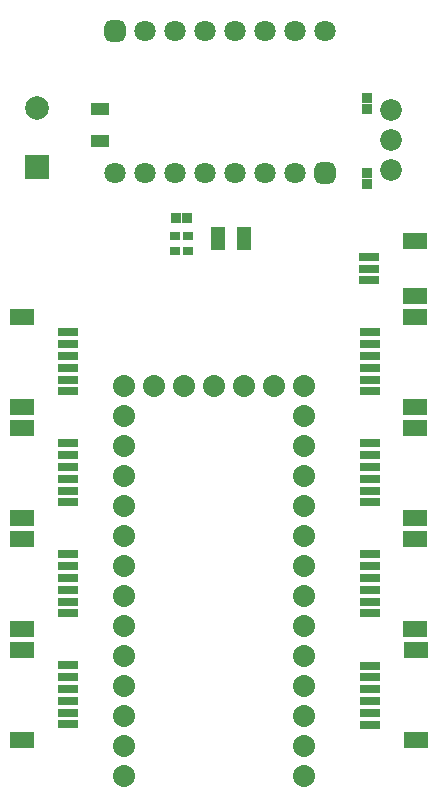
<source format=gts>
G04*
G04 #@! TF.GenerationSoftware,Altium Limited,Altium Designer,21.8.1 (53)*
G04*
G04 Layer_Color=8388736*
%FSLAX25Y25*%
%MOIN*%
G70*
G04*
G04 #@! TF.SameCoordinates,1476896B-5F1A-493A-A4EA-86BB9D18E634*
G04*
G04*
G04 #@! TF.FilePolarity,Negative*
G04*
G01*
G75*
%ADD22R,0.06312X0.04343*%
%ADD23R,0.03320X0.03359*%
%ADD24R,0.06902X0.03162*%
%ADD25R,0.07887X0.05524*%
%ADD26R,0.04540X0.02572*%
%ADD27R,0.03359X0.03320*%
%ADD28R,0.03556X0.03162*%
%ADD29C,0.07355*%
%ADD30C,0.07237*%
%ADD31R,0.07887X0.07887*%
%ADD32C,0.07887*%
%ADD33C,0.07099*%
G04:AMPARAMS|DCode=34|XSize=70.99mil|YSize=70.99mil|CornerRadius=19.75mil|HoleSize=0mil|Usage=FLASHONLY|Rotation=180.000|XOffset=0mil|YOffset=0mil|HoleType=Round|Shape=RoundedRectangle|*
%AMROUNDEDRECTD34*
21,1,0.07099,0.03150,0,0,180.0*
21,1,0.03150,0.07099,0,0,180.0*
1,1,0.03950,-0.01575,0.01575*
1,1,0.03950,0.01575,0.01575*
1,1,0.03950,0.01575,-0.01575*
1,1,0.03950,-0.01575,-0.01575*
%
%ADD34ROUNDEDRECTD34*%
D22*
X131000Y336315D02*
D03*
Y325685D02*
D03*
D23*
X220000Y336228D02*
D03*
Y339772D02*
D03*
Y314772D02*
D03*
Y311228D02*
D03*
D24*
X120256Y261803D02*
D03*
Y257866D02*
D03*
Y253929D02*
D03*
Y249992D02*
D03*
Y246055D02*
D03*
Y242118D02*
D03*
X220744Y261803D02*
D03*
Y257866D02*
D03*
Y253929D02*
D03*
Y249992D02*
D03*
Y246055D02*
D03*
Y242118D02*
D03*
X221000Y131063D02*
D03*
Y135000D02*
D03*
Y138937D02*
D03*
Y142874D02*
D03*
Y146811D02*
D03*
Y150748D02*
D03*
X220740Y279118D02*
D03*
Y283055D02*
D03*
Y286992D02*
D03*
X120256Y150803D02*
D03*
Y146866D02*
D03*
Y142929D02*
D03*
Y138992D02*
D03*
Y135055D02*
D03*
Y131118D02*
D03*
X220744Y205118D02*
D03*
Y209055D02*
D03*
Y212992D02*
D03*
Y216929D02*
D03*
Y220866D02*
D03*
Y224803D02*
D03*
X120256D02*
D03*
Y220866D02*
D03*
Y216929D02*
D03*
Y212992D02*
D03*
Y209055D02*
D03*
Y205118D02*
D03*
Y187803D02*
D03*
Y183866D02*
D03*
Y179929D02*
D03*
Y175992D02*
D03*
Y172055D02*
D03*
Y168118D02*
D03*
X220744D02*
D03*
Y172055D02*
D03*
Y175992D02*
D03*
Y179929D02*
D03*
Y183866D02*
D03*
Y187803D02*
D03*
D25*
X105000Y237000D02*
D03*
Y266921D02*
D03*
X236000Y237000D02*
D03*
Y266921D02*
D03*
X236256Y155866D02*
D03*
Y125945D02*
D03*
X236000Y274000D02*
D03*
Y292110D02*
D03*
X105000Y126000D02*
D03*
Y155921D02*
D03*
X236000Y229921D02*
D03*
Y200000D02*
D03*
X105000D02*
D03*
Y229921D02*
D03*
Y163000D02*
D03*
Y192921D02*
D03*
X236000D02*
D03*
Y163000D02*
D03*
D26*
X170339Y290441D02*
D03*
Y293000D02*
D03*
Y295559D02*
D03*
X179000D02*
D03*
Y293000D02*
D03*
Y290441D02*
D03*
D27*
X156228Y300000D02*
D03*
X159772D02*
D03*
D28*
X155835Y289000D02*
D03*
X160165D02*
D03*
X155835Y294000D02*
D03*
X160165D02*
D03*
D29*
X199000Y114000D02*
D03*
Y124000D02*
D03*
Y134000D02*
D03*
Y144000D02*
D03*
Y154000D02*
D03*
Y164000D02*
D03*
Y174000D02*
D03*
Y184000D02*
D03*
Y194000D02*
D03*
Y204000D02*
D03*
Y214000D02*
D03*
Y224000D02*
D03*
Y234000D02*
D03*
Y244000D02*
D03*
X189000D02*
D03*
X179000D02*
D03*
X169000D02*
D03*
X159000D02*
D03*
X149000D02*
D03*
X139000D02*
D03*
Y234000D02*
D03*
Y224000D02*
D03*
Y214000D02*
D03*
Y204000D02*
D03*
Y194000D02*
D03*
Y184000D02*
D03*
Y174000D02*
D03*
Y164000D02*
D03*
Y154000D02*
D03*
Y144000D02*
D03*
Y134000D02*
D03*
Y124000D02*
D03*
Y114000D02*
D03*
D30*
X228000Y336000D02*
D03*
Y326000D02*
D03*
Y316000D02*
D03*
D31*
X110000Y317000D02*
D03*
D32*
Y336685D02*
D03*
D33*
X156000Y315000D02*
D03*
X176000D02*
D03*
X196000D02*
D03*
X186000D02*
D03*
X166000D02*
D03*
X146000D02*
D03*
X136000D02*
D03*
X186000Y362244D02*
D03*
X166000D02*
D03*
X146000D02*
D03*
X156000D02*
D03*
X176000D02*
D03*
X196000D02*
D03*
X206000D02*
D03*
D34*
Y315000D02*
D03*
X136000Y362244D02*
D03*
M02*

</source>
